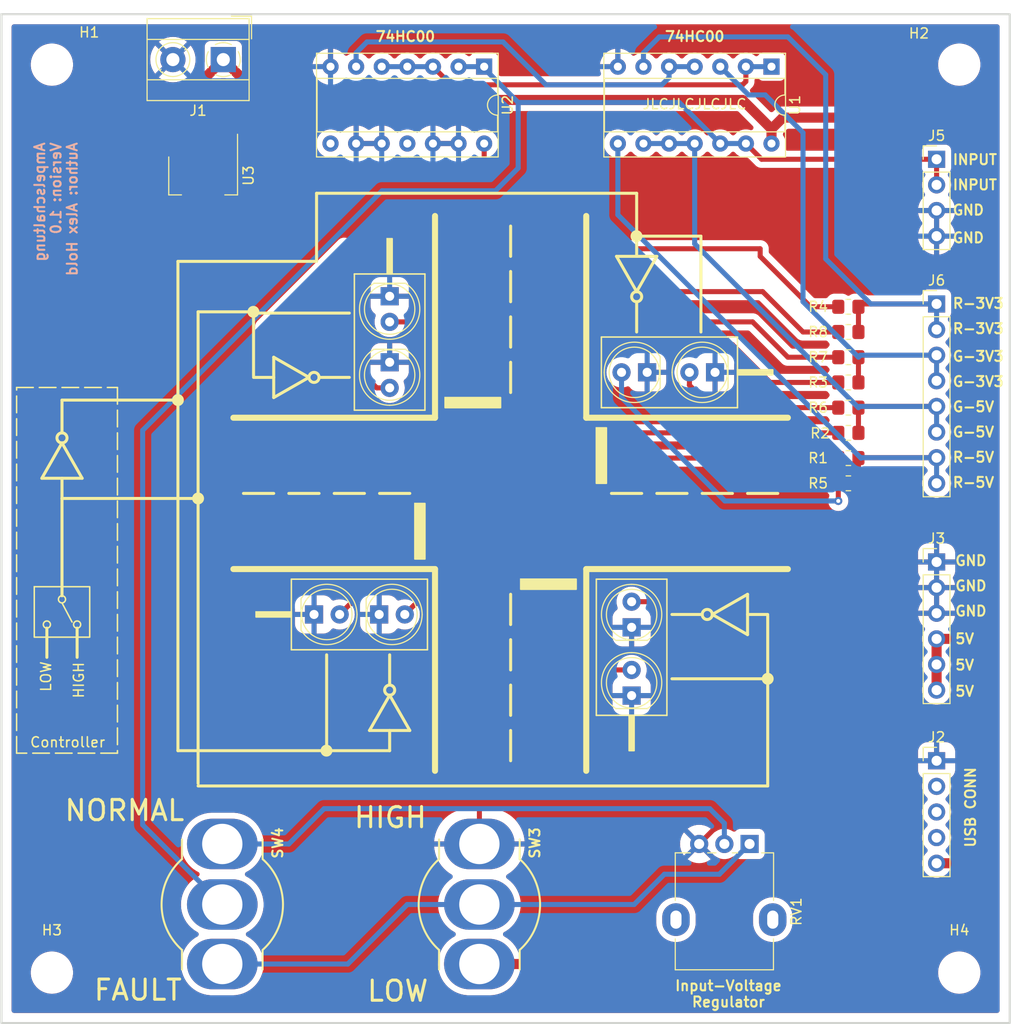
<source format=kicad_pcb>
(kicad_pcb (version 20221018) (generator pcbnew)
  (layers (0 "F.Cu" signal) (31 "B.Cu" signal) (34 "B.Paste" user) (35 "F.Paste" user) (36 "B.SilkS" user "B.Silkscreen") (37 "F.SilkS" user "F.Silkscreen") (38 "B.Mask" user) (39 "F.Mask" user) (44 "Edge.Cuts" user))
  (net 0 "")
  (net 1 "GND")
  (net 2 "Net-(D1-A)")
  (net 3 "Net-(D2-A)")
  (net 4 "Net-(D3-A)")
  (net 5 "Net-(D4-A)")
  (net 6 "Net-(D5-A)")
  (net 7 "Net-(D6-A)")
  (net 8 "Net-(D7-A)")
  (net 9 "Net-(D8-A)")
  (net 10 "+5V")
  (net 14 "Net-(SW3-B)")
  (net 15 "Net-(SW4-C)")
  (net 16 "Net-(U1-Pad4)")
  (net 17 "Net-(U1-Pad1)")
  (net 20 "+3.3V")
  (net 21 "Net-(J5-Pin_1)")
  (net 22 "Net-(J6-Pin_1)")
  (net 23 "Net-(J6-Pin_3)")
  (net 24 "Net-(J6-Pin_5)")
  (net 25 "Net-(J6-Pin_7)")
  (footprint "Resistor_SMD:R_0805_2012Metric_Pad1.20x1.40mm_HandSolder" (layer "F.Cu") (at 181.5 90)
    (fp_text reference "R2" (at -2.8 0.04) (layer "F.SilkS"))
    (fp_text value "1k")
    (pad "1" smd roundrect (at -1 0) (size 1.2 1.4) (layers "F.Cu" "F.Paste" "F.Mask") (roundrect_rratio 0.2083333333) (net 3 "Net-(D2-A)"))
    (pad "2" smd roundrect (at 1 0) (size 1.2 1.4) (layers "F.Cu" "F.Paste" "F.Mask") (roundrect_rratio 0.2083333333) (net 24 "Net-(J6-Pin_5)"))
  )
  (footprint "LED_THT:LED_D5.0mm_Clear" (layer "F.Cu") (at 160 109.275 90)
    (fp_text reference "D4")
    (fp_text value "LED")
    (pad "1" thru_hole rect (at 0 0 90) (size 1.8 1.8) (drill 0.9) (layers "*.Cu" "*.Mask") (net 1 "GND"))
    (pad "2" thru_hole circle (at 2.54 0 90) (size 1.8 1.8) (drill 0.9) (layers "*.Cu" "*.Mask") (net 5 "Net-(D4-A)"))
  )
  (footprint "Library:Goobay10020" (layer "F.Cu") (at 144.9 136.75 90)
    (fp_text reference "SW3" (at 6.1 5.5 90 unlocked) (layer "F.SilkS") (effects (font (thickness 0.2) bold)))
    (fp_text value "SW_SPDT")
    (pad "1" thru_hole oval (at -5.9 0 90) (size 5 7) (drill 4) (layers "*.Cu" "*.Mask") (net 10 "+5V"))
    (pad "2" thru_hole oval (at 0 0 90) (size 5 7) (drill 4) (layers "*.Cu" "*.Mask") (net 14 "Net-(SW3-B)"))
    (pad "3" thru_hole oval (at 6 0 90) (size 5 7) (drill 4) (layers "*.Cu" "*.Mask") (net 1 "GND"))
  )
  (footprint "Resistor_SMD:R_0805_2012Metric_Pad1.20x1.40mm_HandSolder" (layer "F.Cu") (at 181.5 82.5)
    (fp_text reference "R7" (at -3 0) (layer "F.SilkS"))
    (fp_text value "1k")
    (pad "1" smd roundrect (at -1 0) (size 1.2 1.4) (layers "F.Cu" "F.Paste" "F.Mask") (roundrect_rratio 0.2083333333) (net 8 "Net-(D7-A)"))
    (pad "2" smd roundrect (at 1 0) (size 1.2 1.4) (layers "F.Cu" "F.Paste" "F.Mask") (roundrect_rratio 0.2083333333) (net 23 "Net-(J6-Pin_3)"))
  )
  (footprint "MountingHole:MountingHole_3.2mm_M3" (layer "F.Cu") (at 102.5 53.5)
    (fp_text reference "H1" (at 3.7 -3.2) (layer "F.SilkS"))
    (fp_text value "MountingHole")
    (pad "" np_thru_hole circle (at 0 0) (size 3.2 3.2) (drill 3.2) (layers "*.Cu" "*.Mask"))
  )
  (footprint "Resistor_SMD:R_0805_2012Metric_Pad1.20x1.40mm_HandSolder" (layer "F.Cu") (at 181.5 80)
    (fp_text reference "R8" (at -3 0) (layer "F.SilkS"))
    (fp_text value "1k")
    (pad "1" smd roundrect (at -1 0) (size 1.2 1.4) (layers "F.Cu" "F.Paste" "F.Mask") (roundrect_rratio 0.2083333333) (net 9 "Net-(D8-A)"))
    (pad "2" smd roundrect (at 1 0) (size 1.2 1.4) (layers "F.Cu" "F.Paste" "F.Mask") (roundrect_rratio 0.2083333333) (net 22 "Net-(J6-Pin_1)"))
  )
  (footprint "MountingHole:MountingHole_3.2mm_M3" (layer "F.Cu") (at 192.5 53.5)
    (fp_text reference "H2" (at -4 -3.1) (layer "F.SilkS"))
    (fp_text value "MountingHole")
    (pad "" np_thru_hole circle (at 0 0) (size 3.2 3.2) (drill 3.2) (layers "*.Cu" "*.Mask"))
  )
  (footprint "Connector_PinHeader_2.54mm:PinHeader_1x04_P2.54mm_Vertical" (layer "F.Cu") (at 190.25 62.88)
    (fp_text reference "J5" (at 0 -2.33) (layer "F.SilkS"))
    (fp_text value "Conn_01x04_Pin")
    (pad "1" thru_hole rect (at 0 0) (size 1.7 1.7) (drill 1) (layers "*.Cu" "*.Mask") (net 21 "Net-(J5-Pin_1)"))
    (pad "2" thru_hole oval (at 0 2.54) (size 1.7 1.7) (drill 1) (layers "*.Cu" "*.Mask") (net 21 "Net-(J5-Pin_1)"))
    (pad "3" thru_hole oval (at 0 5.08) (size 1.7 1.7) (drill 1) (layers "*.Cu" "*.Mask") (net 1 "GND"))
    (pad "4" thru_hole oval (at 0 7.62) (size 1.7 1.7) (drill 1) (layers "*.Cu" "*.Mask") (net 1 "GND"))
  )
  (footprint "Connector_PinHeader_2.54mm:PinHeader_1x06_P2.54mm_Vertical" (layer "F.Cu") (at 190.25 102.8)
    (fp_text reference "J3" (at 0 -2.33) (layer "F.SilkS"))
    (fp_text value "Conn_01x06_Pin")
    (pad "1" thru_hole rect (at 0 0) (size 1.7 1.7) (drill 1) (layers "*.Cu" "*.Mask") (net 1 "GND"))
    (pad "2" thru_hole oval (at 0 2.54) (size 1.7 1.7) (drill 1) (layers "*.Cu" "*.Mask") (net 1 "GND"))
    (pad "3" thru_hole oval (at 0 5.08) (size 1.7 1.7) (drill 1) (layers "*.Cu" "*.Mask") (net 1 "GND"))
    (pad "4" thru_hole oval (at 0 7.62) (size 1.7 1.7) (drill 1) (layers "*.Cu" "*.Mask") (net 10 "+5V"))
    (pad "5" thru_hole oval (at 0 10.16) (size 1.7 1.7) (drill 1) (layers "*.Cu" "*.Mask") (net 10 "+5V"))
    (pad "6" thru_hole oval (at 0 12.7) (size 1.7 1.7) (drill 1) (layers "*.Cu" "*.Mask") (net 10 "+5V"))
  )
  (footprint "MountingHole:MountingHole_3.2mm_M3" (layer "F.Cu") (at 192.5 143.5)
    (fp_text reference "H4" (at 0 -4.2) (layer "F.SilkS"))
    (fp_text value "MountingHole")
    (pad "" np_thru_hole circle (at 0 0) (size 3.2 3.2) (drill 3.2) (layers "*.Cu" "*.Mask"))
  )
  (footprint "LED_THT:LED_D5.0mm_Clear" (layer "F.Cu") (at 136 83 -90)
    (fp_text reference "D8")
    (fp_text value "LED")
    (pad "1" thru_hole rect (at 0 0 270) (size 1.8 1.8) (drill 0.9) (layers "*.Cu" "*.Mask") (net 1 "GND"))
    (pad "2" thru_hole circle (at 2.54 0 270) (size 1.8 1.8) (drill 0.9) (layers "*.Cu" "*.Mask") (net 9 "Net-(D8-A)"))
  )
  (footprint "LED_THT:LED_D5.0mm_Clear" (layer "F.Cu") (at 134.96 108)
    (fp_text reference "D1")
    (fp_text value "LED")
    (pad "1" thru_hole rect (at 0 0) (size 1.8 1.8) (drill 0.9) (layers "*.Cu" "*.Mask") (net 1 "GND"))
    (pad "2" thru_hole circle (at 2.54 0) (size 1.8 1.8) (drill 0.9) (layers "*.Cu" "*.Mask") (net 2 "Net-(D1-A)"))
  )
  (footprint "LED_THT:LED_D5.0mm_Clear" (layer "F.Cu") (at 160 116.04 90)
    (fp_text reference "D3")
    (fp_text value "LED")
    (pad "1" thru_hole rect (at 0 0 90) (size 1.8 1.8) (drill 0.9) (layers "*.Cu" "*.Mask") (net 1 "GND"))
    (pad "2" thru_hole circle (at 2.54 0 90) (size 1.8 1.8) (drill 0.9) (layers "*.Cu" "*.Mask") (net 4 "Net-(D3-A)"))
  )
  (footprint "Library:Goobay10020" (layer "F.Cu") (at 119.4 136.75 90)
    (fp_text reference "SW4" (at 6.1 5.5 90 unlocked) (layer "F.SilkS") (effects (font (thickness 0.2) bold)))
    (fp_text value "SW_SPDT")
    (pad "1" thru_hole oval (at -5.9 0 90) (size 5 7) (drill 4) (layers "*.Cu" "*.Mask") (net 14 "Net-(SW3-B)"))
    (pad "2" thru_hole oval (at 0 0 90) (size 5 7) (drill 4) (layers "*.Cu" "*.Mask") (net 21 "Net-(J5-Pin_1)"))
    (pad "3" thru_hole oval (at 6 0 90) (size 5 7) (drill 4) (layers "*.Cu" "*.Mask") (net 15 "Net-(SW4-C)"))
  )
  (footprint "Resistor_SMD:R_0805_2012Metric_Pad1.20x1.40mm_HandSolder" (layer "F.Cu") (at 181.5 85)
    (fp_text reference "R3" (at -3 0) (layer "F.SilkS"))
    (fp_text value "1k")
    (pad "1" smd roundrect (at -1 0) (size 1.2 1.4) (layers "F.Cu" "F.Paste" "F.Mask") (roundrect_rratio 0.2083333333) (net 4 "Net-(D3-A)"))
    (pad "2" smd roundrect (at 1 0) (size 1.2 1.4) (layers "F.Cu" "F.Paste" "F.Mask") (roundrect_rratio 0.2083333333) (net 23 "Net-(J6-Pin_3)"))
  )
  (footprint "LED_THT:LED_D5.0mm_Clear" (layer "F.Cu") (at 136 76.46 -90)
    (fp_text reference "D7")
    (fp_text value "LED")
    (pad "1" thru_hole rect (at 0 0 270) (size 1.8 1.8) (drill 0.9) (layers "*.Cu" "*.Mask") (net 1 "GND"))
    (pad "2" thru_hole circle (at 2.54 0 270) (size 1.8 1.8) (drill 0.9) (layers "*.Cu" "*.Mask") (net 8 "Net-(D7-A)"))
  )
  (footprint "Potentiometer_THT:Potentiometer_Alpha_RD901F-40-00D_Single_Vertical" (layer "F.Cu") (at 171.7 130.75 -90)
    (fp_text reference "RV1" (at 6.71 -4.64 90) (layer "F.SilkS"))
    (fp_text value "R_Potentiometer")
    (pad "" thru_hole oval (at 7.5 -2.3) (size 2.72 3.24) (drill oval 1.1 1.8) (layers "*.Cu" "*.Mask"))
    (pad "" thru_hole oval (at 7.5 7.3) (size 2.72 3.24) (drill oval 1.1 1.8) (layers "*.Cu" "*.Mask"))
    (pad "1" thru_hole rect (at 0 0) (size 1.8 1.8) (drill 1) (layers "*.Cu" "*.Mask") (net 14 "Net-(SW3-B)"))
    (pad "2" thru_hole circle (at 0 2.5) (size 1.8 1.8) (drill 1) (layers "*.Cu" "*.Mask") (net 15 "Net-(SW4-C)"))
    (pad "3" thru_hole circle (at 0 5) (size 1.8 1.8) (drill 1) (layers "*.Cu" "*.Mask") (net 1 "GND"))
  )
  (footprint "LED_THT:LED_D5.0mm_Clear" (layer "F.Cu") (at 161.54 84 180)
    (fp_text reference "D5")
    (fp_text value "LED")
    (pad "1" thru_hole rect (at 0 0 180) (size 1.8 1.8) (drill 0.9) (layers "*.Cu" "*.Mask") (net 1 "GND"))
    (pad "2" thru_hole circle (at 2.54 0 180) (size 1.8 1.8) (drill 0.9) (layers "*.Cu" "*.Mask") (net 6 "Net-(D5-A)"))
  )
  (footprint "Connector_PinHeader_2.54mm:PinHeader_1x05_P2.54mm_Vertical" (layer "F.Cu") (at 190.25 122.5)
    (fp_text reference "J2" (at 0 -2.33) (layer "F.SilkS"))
    (fp_text value "usb")
    (pad "1" thru_hole rect (at 0 0) (size 1.7 1.7) (drill 1) (layers "*.Cu" "*.Mask") (net 1 "GND"))
    (pad "2" thru_hole oval (at 0 2.54) (size 1.7 1.7) (drill 1) (layers "*.Cu" "*.Mask"))
    (pad "3" thru_hole oval (at 0 5.08) (size 1.7 1.7) (drill 1) (layers "*.Cu" "*.Mask"))
    (pad "4" thru_hole oval (at 0 7.62) (size 1.7 1.7) (drill 1) (layers "*.Cu" "*.Mask"))
    (pad "5" thru_hole oval (at 0 10.16) (size 1.7 1.7) (drill 1) (layers "*.Cu" "*.Mask") (net 10 "+5V"))
  )
  (footprint "Resistor_SMD:R_0805_2012Metric_Pad1.20x1.40mm_HandSolder" (layer "F.Cu") (at 181.5 77.5)
    (fp_text reference "R4" (at -3 0) (layer "F.SilkS"))
    (fp_text value "1k")
    (pad "1" smd roundrect (at -1 0) (size 1.2 1.4) (layers "F.Cu" "F.Paste" "F.Mask") (roundrect_rratio 0.2083333333) (net 5 "Net-(D4-A)"))
    (pad "2" smd roundrect (at 1 0) (size 1.2 1.4) (layers "F.Cu" "F.Paste" "F.Mask") (roundrect_rratio 0.2083333333) (net 22 "Net-(J6-Pin_1)"))
  )
  (footprint "Resistor_SMD:R_0805_2012Metric_Pad1.20x1.40mm_HandSolder" (layer "F.Cu") (at 181.5 87.5)
    (fp_text reference "R6" (at -3 0) (layer "F.SilkS"))
    (fp_text value "1k")
    (pad "1" smd roundrect (at -1 0) (size 1.2 1.4) (layers "F.Cu" "F.Paste" "F.Mask") (roundrect_rratio 0.2083333333) (net 7 "Net-(D6-A)"))
    (pad "2" smd roundrect (at 1 0) (size 1.2 1.4) (layers "F.Cu" "F.Paste" "F.Mask") (roundrect_rratio 0.2083333333) (net 24 "Net-(J6-Pin_5)"))
  )
  (footprint "Resistor_SMD:R_0805_2012Metric_Pad1.20x1.40mm_HandSolder" (layer "F.Cu") (at 181.5 92.5 180)
    (fp_text reference "R1" (at 3 0) (layer "F.SilkS"))
    (fp_text value "1k")
    (pad "1" smd roundrect (at -1 0 180) (size 1.2 1.4) (layers "F.Cu" "F.Paste" "F.Mask") (roundrect_rratio 0.2083333333) (net 25 "Net-(J6-Pin_7)"))
    (pad "2" smd roundrect (at 1 0 180) (size 1.2 1.4) (layers "F.Cu" "F.Paste" "F.Mask") (roundrect_rratio 0.2083333333) (net 2 "Net-(D1-A)"))
  )
  (footprint "LED_THT:LED_D5.0mm_Clear" (layer "F.Cu") (at 168.275 84 180)
    (fp_text reference "D6")
    (fp_text value "LED")
    (pad "1" thru_hole rect (at 0 0 180) (size 1.8 1.8) (drill 0.9) (layers "*.Cu" "*.Mask") (net 1 "GND"))
    (pad "2" thru_hole circle (at 2.54 0 180) (size 1.8 1.8) (drill 0.9) (layers "*.Cu" "*.Mask") (net 7 "Net-(D6-A)"))
  )
  (footprint "LED_THT:LED_D5.0mm_Clear" (layer "F.Cu") (at 128.5 108)
    (fp_text reference "D2")
    (fp_text value "LED")
    (pad "1" thru_hole rect (at 0 0) (size 1.8 1.8) (drill 0.9) (layers "*.Cu" "*.Mask") (net 1 "GND"))
    (pad "2" thru_hole circle (at 2.54 0) (size 1.8 1.8) (drill 0.9) (layers "*.Cu" "*.Mask") (net 3 "Net-(D2-A)"))
  )
  (footprint "Package_DIP:DIP-14_W7.62mm_Socket" (layer "F.Cu") (at 173.875 53.7 -90)
    (fp_text reference "U1" (at 3.81 -2.33 90) (layer "F.SilkS"))
    (fp_text value "74HC00")
    (pad "1" thru_hole rect (at 0 0 270) (size 1.6 1.6) (drill 0.8) (layers "*.Cu" "*.Mask") (net 17 "Net-(U1-Pad1)"))
    (pad "2" thru_hole oval (at 0 2.54 270) (size 1.6 1.6) (drill 0.8) (layers "*.Cu" "*.Mask") (net 17 "Net-(U1-Pad1)"))
    (pad "3" thru_hole oval (at 0 5.08 270) (size 1.6 1.6) (drill 0.8) (layers "*.Cu" "*.Mask") (net 23 "Net-(J6-Pin_3)"))
    (pad "4" thru_hole oval (at 0 7.62 270) (size 1.6 1.6) (drill 0.8) (layers "*.Cu" "*.Mask") (net 16 "Net-(U1-Pad4)"))
    (pad "5" thru_hole oval (at 0 10.16 270) (size 1.6 1.6) (drill 0.8) (layers "*.Cu" "*.Mask") (net 16 "Net-(U1-Pad4)"))
    (pad "6" thru_hole oval (at 0 12.7 270) (size 1.6 1.6) (drill 0.8) (layers "*.Cu" "*.Mask") (net 22 "Net-(J6-Pin_1)"))
    (pad "7" thru_hole oval (at 0 15.24 270) (size 1.6 1.6) (drill 0.8) (layers "*.Cu" "*.Mask") (net 1 "GND"))
    (pad "8" thru_hole oval (at 7.62 15.24 270) (size 1.6 1.6) (drill 0.8) (layers "*.Cu" "*.Mask") (net 25 "Net-(J6-Pin_7)"))
    (pad "9" thru_hole oval (at 7.62 12.7 270) (size 1.6 1.6) (drill 0.8) (layers "*.Cu" "*.Mask") (net 24 "Net-(J6-Pin_5)"))
    (pad "10" thru_hole oval (at 7.62 10.16 270) (size 1.6 1.6) (drill 0.8) (layers "*.Cu" "*.Mask") (net 24 "Net-(J6-Pin_5)"))
    (pad "11" thru_hole oval (at 7.62 7.62 270) (size 1.6 1.6) (drill 0.8) (layers "*.Cu" "*.Mask") (net 24 "Net-(J6-Pin_5)"))
    (pad "12" thru_hole oval (at 7.62 5.08 270) (size 1.6 1.6) (drill 0.8) (layers "*.Cu" "*.Mask") (net 21 "Net-(J5-Pin_1)"))
    (pad "13" thru_hole oval (at 7.62 2.54 270) (size 1.6 1.6) (drill 0.8) (layers "*.Cu" "*.Mask") (net 21 "Net-(J5-Pin_1)"))
    (pad "14" thru_hole oval (at 7.62 0 270) (size 1.6 1.6) (drill 0.8) (layers "*.Cu" "*.Mask") (net 10 "+5V"))
  )
  (footprint "MountingHole:MountingHole_3.2mm_M3" (layer "F.Cu") (at 102.5 143.5)
    (fp_text reference "H3" (at 0 -4.2) (layer "F.SilkS"))
    (fp_text value "MountingHole")
    (pad "" np_thru_hole circle (at 0 0) (size 3.2 3.2) (drill 3.2) (layers "*.Cu" "*.Mask"))
  )
  (footprint "Resistor_SMD:R_0805_2012Metric_Pad1.20x1.40mm_HandSolder" (layer "F.Cu") (at 181.5 95)
    (fp_text reference "R5" (at -3 0) (layer "F.SilkS"))
    (fp_text value "1k")
    (pad "1" smd roundrect (at -1 0) (size 1.2 1.4) (layers "F.Cu" "F.Paste" "F.Mask") (roundrect_rratio 0.2083333333) (net 6 "Net-(D5-A)"))
    (pad "2" smd roundrect (at 1 0) (size 1.2 1.4) (layers "F.Cu" "F.Paste" "F.Mask") (roundrect_rratio 0.2083333333) (net 25 "Net-(J6-Pin_7)"))
  )
  (footprint "Package_TO_SOT_SMD:SOT-223-3_TabPin2" (layer "F.Cu") (at 117.5 64.5 -90)
    (fp_text reference "U3" (at 0 -4.5 90) (layer "F.SilkS"))
    (fp_text value "AMS1117-3.3")
    (pad "1" smd rect (at -3.15 -2.3 270) (size 2 1.5) (layers "F.Cu" "F.Paste" "F.Mask") (net 1 "GND"))
    (pad "2" smd rect (at -3.15 0 270) (size 2 1.5) (layers "F.Cu" "F.Paste" "F.Mask") (net 20 "+3.3V"))
    (pad "2" smd rect (at 3.15 0 270) (size 2 3.8) (layers "F.Cu" "F.Paste" "F.Mask") (net 20 "+3.3V"))
    (pad "3" smd rect (at -3.15 2.3 270) (size 2 1.5) (layers "F.Cu" "F.Paste" "F.Mask") (net 10 "+5V"))
  )
  (footprint "TerminalBlock_MetzConnect:TerminalBlock_MetzConnect_Type055_RT01502HDWU_1x02_P5.00mm_Horizontal" (layer "F.Cu") (at 119.5 53 180)
    (fp_text reference "J1" (at 2.5 -5.06) (layer "F.SilkS"))
    (fp_text value "PWR")
    (pad "1" thru_hole rect (at 0 0 180) (size 2.5 2.5) (drill 1.3) (layers "*.Cu" "*.Mask") (net 10 "+5V"))
    (pad "2" thru_hole circle (at 5 0 180) (size 2.5 2.5) (drill 1.3) (layers "*.Cu" "*.Mask") (net 1 "GND"))
  )
  (footprint "Package_DIP:DIP-14_W7.62mm_Socket" (layer "F.Cu") (at 145.375 53.7 -90)
    (fp_text reference "U2" (at 3.81 -2.33 90) (layer "F.SilkS"))
    (fp_text value "74HC00")
    (pad "1" thru_hole rect (at 0 0 270) (size 1.6 1.6) (drill 0.8) (layers "*.Cu" "*.Mask") (net 21 "Net-(J5-Pin_1)"))
    (pad "2" thru_hole oval (at 0 2.54 270) (size 1.6 1.6) (drill 0.8) (layers "*.Cu" "*.Mask") (net 21 "Net-(J5-Pin_1)"))
    (pad "3" thru_hole oval (at 0 5.08 270) (size 1.6 1.6) (drill 0.8) (layers "*.Cu" "*.Mask") (net 17 "Net-(U1-Pad1)"))
    (pad "4" thru_hole oval (at 0 7.62 270) (size 1.6 1.6) (drill 0.8) (layers "*.Cu" "*.Mask") (net 17 "Net-(U1-Pad1)"))
    (pad "5" thru_hole oval (at 0 10.16 270) (size 1.6 1.6) (drill 0.8) (layers "*.Cu" "*.Mask") (net 17 "Net-(U1-Pad1)"))
    (pad "6" thru_hole oval (at 0 12.7 270) (size 1.6 1.6) (drill 0.8) (layers "*.Cu" "*.Mask") (net 16 "Net-(U1-Pad4)"))
    (pad "7" thru_hole oval (at 0 15.24 270) (size 1.6 1.6) (drill 0.8) (layers "*.Cu" "*.Mask") (net 1 "GND"))
    (pad "8" thru_hole oval (at 7.62 15.24 270) (size 1.6 1.6) (drill 0.8) (layers "*.Cu" "*.Mask"))
    (pad "9" thru_hole oval (at 7.62 12.7 270) (size 1.6 1.6) (drill 0.8) (layers "*.Cu" "*.Mask") (net 1 "GND"))
    (pad "10" thru_hole oval (at 7.62 10.16 270) (size 1.6 1.6) (drill 0.8) (layers "*.Cu" "*.Mask") (net 1 "GND"))
    (pad "11" thru_hole oval (at 7.62 7.62 270) (size 1.6 1.6) (drill 0.8) (layers "*.Cu" "*.Mask"))
    (pad "12" thru_hole oval (at 7.62 5.08 270) (size 1.6 1.6) (drill 0.8) (layers "*.Cu" "*.Mask") (net 1 "GND"))
    (pad "13" thru_hole oval (at 7.62 2.54 270) (size 1.6 1.6) (drill 0.8) (layers "*.Cu" "*.Mask") (net 1 "GND"))
    (pad "14" thru_hole oval (at 7.62 0 270) (size 1.6 1.6) (drill 0.8) (layers "*.Cu" "*.Mask") (net 20 "+3.3V"))
  )
  (footprint "Connector_PinHeader_2.54mm:PinHeader_1x08_P2.54mm_Vertical" (layer "F.Cu") (at 190.25 77.22)
    (fp_text reference "J6" (at 0 -2.33) (layer "F.SilkS"))
    (fp_text value "Conn_01x08_Pin")
    (pad "1" thru_hole rect (at 0 0) (size 1.7 1.7) (drill 1) (layers "*.Cu" "*.Mask") (net 22 "Net-(J6-Pin_1)"))
    (pad "2" thru_hole oval (at 0 2.54) (size 1.7 1.7) (drill 1) (layers "*.Cu" "*.Mask") (net 22 "Net-(J6-Pin_1)"))
    (pad "3" thru_hole oval (at 0 5.08) (size 1.7 1.7) (drill 1) (layers "*.Cu" "*.Mask") (net 23 "Net-(J6-Pin_3)"))
    (pad "4" thru_hole oval (at 0 7.62) (size 1.7 1.7) (drill 1) (layers "*.Cu" "*.Mask") (net 23 "Net-(J6-Pin_3)"))
    (pad "5" thru_hole oval (at 0 10.16) (size 1.7 1.7) (drill 1) (layers "*.Cu" "*.Mask") (net 24 "Net-(J6-Pin_5)"))
    (pad "6" thru_hole oval (at 0 12.7) (size 1.7 1.7) (drill 1) (layers "*.Cu" "*.Mask") (net 24 "Net-(J6-Pin_5)"))
    (pad "7" thru_hole oval (at 0 15.24) (size 1.7 1.7) (drill 1) (layers "*.Cu" "*.Mask") (net 25 "Net-(J6-Pin_7)"))
    (pad "8" thru_hole oval (at 0 17.78) (size 1.7 1.7) (drill 1) (layers "*.Cu" "*.Mask") (net 25 "Net-(J6-Pin_7)"))
  )
  (gr_line (start 136 116) (end 138 119.5) (stroke (width 0.3)) (layer "F.SilkS"))
  (gr_circle (center 167.5 108) (end 167.5 107.5) (stroke (width 0.3)) (fill none) (layer "F.SilkS"))
  (gr_line (start 126.25 111.5) (end 139.75 111.5) (stroke (width 0.15)) (layer "F.SilkS"))
  (gr_line (start 148 119.5) (end 148 122.5) (stroke (width 0.3)) (layer "F.SilkS"))
  (gr_rect (start 170.5 83.75) (end 174 84.25) (stroke (width 0.15)) (fill solid) (layer "F.SilkS"))
  (gr_line (start 148 115) (end 148 118) (stroke (width 0.3)) (layer "F.SilkS"))
  (gr_line (start 103.5 96.5) (end 117 96.5) (stroke (width 0.3)) (layer "F.SilkS"))
  (gr_circle (center 117 96.5) (end 117.515388 96.5) (stroke (width 0.15)) (fill solid) (layer "F.SilkS"))
  (gr_rect (start 138.5 97) (end 139.5 102.5) (stroke (width 0.15)) (fill solid) (layer "F.SilkS"))
  (gr_line (start 117 78) (end 122.5 78) (stroke (width 0.3)) (layer "F.SilkS"))
  (gr_circle (center 136 115.5) (end 136.5 115.5) (stroke (width 0.3)) (fill none) (layer "F.SilkS"))
  (gr_line (start 124.5 82.5) (end 124.5 86.5) (stroke (width 0.3)) (layer "F.SilkS"))
  (gr_line (start 136 116) (end 134 119.5) (stroke (width 0.3)) (layer "F.SilkS"))
  (gr_line (start 128.75 66.25) (end 160.5 66.25) (stroke (width 0.3)) (layer "F.SilkS"))
  (gr_line (start 170.5 87.5) (end 170.5 80.5) (stroke (width 0.15)) (layer "F.SilkS"))
  (gr_circle (center 105 109) (end 105.25 108.75) (stroke (width 0.15)) (fill none) (layer "F.SilkS"))
  (gr_line (start 103.5 106.853553) (end 104.5 108.75) (stroke (width 0.15)) (layer "F.SilkS"))
  (gr_line (start 133.5 96) (end 130.5 96) (stroke (width 0.3)) (layer "F.SilkS"))
  (gr_line (start 117 124.75) (end 117 78) (stroke (width 0.3)) (layer "F.SilkS"))
  (gr_line (start 148 72.5) (end 148 69.5) (stroke (width 0.3)) (layer "F.SilkS"))
  (gr_line (start 168 108) (end 171.5 110) (stroke (width 0.3)) (layer "F.SilkS"))
  (gr_line (start 139.75 104.5) (end 126.25 104.5) (stroke (width 0.15)) (layer "F.SilkS"))
  (gr_line (start 140.5 103.5) (end 140.5 123.5) (stroke (width 0.6)) (layer "F.SilkS"))
  (gr_line (start 155.5 88.5) (end 155.5 68.5) (stroke (width 0.6)) (layer "F.SilkS"))
  (gr_line (start 120.5 103.5) (end 140.5 103.5) (stroke (width 0.6)) (layer "F.SilkS"))
  (gr_circle (center 160.5 76.5) (end 160 76.5) (stroke (width 0.3)) (fill none) (layer "F.SilkS"))
  (gr_line (start 160.5 77) (end 160.5 80) (stroke (width 0.3)) (layer "F.SilkS"))
  (gr_line (start 148 86) (end 148 83) (stroke (width 0.3)) (layer "F.SilkS"))
  (gr_circle (center 160.484612 70.5) (end 161 70.5) (stroke (width 0.15)) (fill solid) (layer "F.SilkS"))
  (gr_line (start 101.5 94.5) (end 105.5 94.5) (stroke (width 0.3)) (layer "F.SilkS"))
  (gr_line (start 173.5 125) (end 117 125) (stroke (width 0.3)) (layer "F.SilkS"))
  (gr_line (start 122.5 84.375) (end 122.5 78.125) (stroke (width 0.3)) (layer "F.SilkS"))
  (gr_line (start 163.5 104.5) (end 156.5 104.5) (stroke (width 0.15)) (layer "F.SilkS"))
  (gr_rect (start 159.75 118) (end 160.25 121.5) (stroke (width 0.15)) (fill solid) (layer "F.SilkS"))
  (gr_line (start 155.5 123.5) (end 155.5 103.5) (stroke (width 0.6)) (layer "F.SilkS"))
  (gr_line (start 129.75 121.5) (end 115 121.5) (stroke (width 0.3)) (layer "F.SilkS"))
  (gr_line (start 160.5 76) (end 162.5 72.5) (stroke (width 0.3)) (layer "F.SilkS"))
  (gr_line (start 138 96) (end 135 96) (stroke (width 0.3)) (layer "F.SilkS"))
  (gr_line (start 140.5 68.5) (end 140.5 88.5) (stroke (width 0.6)) (layer "F.SilkS"))
  (gr_line (start 171.5 96) (end 174.5 96) (stroke (width 0.3)) (layer "F.SilkS"))
  (gr_line (start 136 121.5) (end 129.75 121.5) (stroke (width 0.3)) (layer "F.SilkS"))
  (gr_line (start 148 81.5) (end 148 78.5) (stroke (width 0.3)) (layer "F.SilkS"))
  (gr_line (start 103.5 91) (end 101.5 94.5) (stroke (width 0.3)) (layer "F.SilkS"))
  (gr_line (start 124.5 84.5) (end 122.5 84.5) (stroke (width 0.3)) (layer "F.SilkS"))
  (gr_line (start 148 110.5) (end 148 113.5) (stroke (width 0.3)) (layer "F.SilkS"))
  (gr_line (start 103.5 96.5) (end 103.5 106.146447) (stroke (width 0.3)) (layer "F.SilkS"))
  (gr_line (start 171.5 110) (end 171.5 106) (stroke (width 0.3)) (layer "F.SilkS"))
  (gr_line (start 103.5 86.75) (end 115 86.75) (stroke (width 0.3)) (layer "F.SilkS"))
  (gr_line (start 158 96) (end 161 96) (stroke (width 0.3)) (layer "F.SilkS"))
  (gr_line (start 156.5 104.5) (end 156.5 118) (stroke (width 0.15)) (layer "F.SilkS"))
  (gr_line (start 148 106) (end 148 109) (stroke (width 0.3)) (layer "F.SilkS"))
  (gr_circle (center 128.5 84.5) (end 128.5 85) (stroke (width 0.3)) (fill none) (layer "F.SilkS"))
  (gr_line (start 129.75 121.5) (end 129.75 112) (stroke (width 0.3)) (layer "F.SilkS"))
  (gr_line (start 175.5 88.5) (end 155.5 88.5) (stroke (width 0.6)) (layer "F.SilkS"))
  (gr_circle (center 115 86.75) (end 115.515388 86.75) (stroke (width 0.15)) (fill solid) (layer "F.SilkS"))
  (gr_line (start 140.5 88.5) (end 120.5 88.5) (stroke (width 0.6)) (layer "F.SilkS"))
  (gr_line (start 162.5 96) (end 165.5 96) (stroke (width 0.3)) (layer "F.SilkS"))
  (gr_line (start 115 73) (end 128.75 73) (stroke (width 0.3)) (layer "F.SilkS"))
  (gr_rect (start 99 85.5) (end 109 121.75) (stroke (width 0.15) (type dash)) (fill none) (layer "F.SilkS"))
  (gr_line (start 132.5 74.25) (end 132.5 87.75) (stroke (width 0.15)) (layer "F.SilkS"))
  (gr_line (start 136 115) (end 136 112) (stroke (width 0.3)) (layer "F.SilkS"))
  (gr_line (start 162.5 72.5) (end 158.5 72.5) (stroke (width 0.3)) (layer "F.SilkS"))
  (gr_rect (start 135.75 70.75) (end 136.25 74.25) (stroke (width 0.15)) (fill solid) (layer "F.SilkS"))
  (gr_line (start 115 121.5) (end 115 73) (stroke (width 0.3)) (layer "F.SilkS"))
  (gr_line (start 103.5 94.5) (end 103.5 96.5) (stroke (width 0.3)) (layer "F.SilkS"))
  (gr_line (start 160.625 70.5) (end 166.875 70.5) (stroke (width 0.3)) (layer "F.SilkS"))
  (gr_line (start 167 96) (end 170 96) (stroke (width 0.3)) (layer "F.SilkS"))
  (gr_line (start 160.5 66.25) (end 160.5 70.5) (stroke (width 0.3)) (layer "F.SilkS"))
  (gr_line (start 168 108) (end 171.5 106) (stroke (width 0.3)) (layer "F.SilkS"))
  (gr_line (start 129 96) (end 126 96) (stroke (width 0.3)) (layer "F.SilkS"))
  (gr_line (start 103.5 91) (end 105.5 94.5) (stroke (width 0.3)) (layer "F.SilkS"))
  (gr_circle (center 173.5 114.375) (end 174.015388 114.375) (stroke (width 0.15)) (fill solid) (layer "F.SilkS"))
  (gr_line (start 105 109.353553) (end 105 112.25) (stroke (width 0.3)) (layer "F.SilkS"))
  (gr_circle (center 103.5 106.5) (end 103.75 106.25) (stroke (width 0.15)) (fill none) (layer "F.SilkS"))
  (gr_line (start 128 84.5) (end 124.5 86.5) (stroke (width 0.3)) (layer "F.SilkS"))
  (gr_rect (start 100.75 105.25) (end 106.25 110.25) (stroke (width 0.15)) (fill none) (layer "F.SilkS"))
  (gr_line (start 139.5 87.75) (end 139.5 74.25) (stroke (width 0.15)) (layer "F.SilkS"))
  (gr_rect (start 141.5 86.5) (end 147 87.5) (stroke (width 0.15)) (fill solid) (layer "F.SilkS"))
  (gr_line (start 157 80.5) (end 157 87.5) (stroke (width 0.15)) (layer "F.SilkS"))
  (gr_line (start 160.5 72.5) (end 160.5 70.5) (stroke (width 0.3)) (layer "F.SilkS"))
  (gr_line (start 129 84.5) (end 132 84.5) (stroke (width 0.3)) (layer "F.SilkS"))
  (gr_line (start 173.5 108.125) (end 173.5 114.375) (stroke (width 0.3)) (layer "F.SilkS"))
  (gr_line (start 103.5 90) (end 103.5 86.75) (stroke (width 0.3)) (layer "F.SilkS"))
  (gr_line (start 157 87.5) (end 170.5 87.5) (stroke (width 0.15)) (layer "F.SilkS"))
  (gr_circle (center 102 109) (end 102.25 108.75) (stroke (width 0.15)) (fill none) (layer "F.SilkS"))
  (gr_line (start 166.875 70.5) (end 166.875 80) (stroke (width 0.3)) (layer "F.SilkS"))
  (gr_line (start 173.5 114.375) (end 173.5 125) (stroke (width 0.3)) (layer "F.SilkS"))
  (gr_line (start 124.5 96) (end 121.5 96) (stroke (width 0.3)) (layer "F.SilkS"))
  (gr_line (start 167 108) (end 164 108) (stroke (width 0.3)) (layer "F.SilkS"))
  (gr_line (start 126.25 104.5) (end 126.25 111.5) (stroke (width 0.15)) (layer "F.SilkS"))
  (gr_line (start 170.5 80.5) (end 157 80.5) (stroke (width 0.15)) (layer "F.SilkS"))
  (gr_line (start 122.5 78.125) (end 132 78.125) (stroke (width 0.3)) (layer "F.SilkS"))
  (gr_line (start 136 119.5) (end 136 121.5) (stroke (width 0.3)) (layer "F.SilkS"))
  (gr_line (start 132.5 87.75) (end 139.5 87.75) (stroke (width 0.15)) (layer "F.SilkS"))
  (gr_rect (start 122.75 107.75) (end 126.25 108.25) (stroke (width 0.15)) (fill solid) (layer "F.SilkS"))
  (gr_line (start 128.75 73) (end 128.75 66.25) (stroke (width 0.3)) (layer "F.SilkS"))
  (gr_rect (start 156.5 89.5) (end 157.5 95) (stroke (width 0.15)) (fill solid) (layer "F.SilkS"))
  (gr_line (start 139.75 111.5) (end 139.75 104.5) (stroke (width 0.15)) (layer "F.SilkS"))
  (gr_line (start 163.5 118) (end 163.5 104.5) (stroke (width 0.15)) (layer "F.SilkS"))
  (gr_line (start 102 109.353553) (end 102 112.25) (stroke (width 0.3)) (layer "F.SilkS"))
  (gr_rect (start 149 104.5) (end 154.5 105.5) (stroke (width 0.15)) (fill solid) (layer "F.SilkS"))
  (gr_line (start 155.5 103.5) (end 175.5 103.5) (stroke (width 0.6)) (layer "F.SilkS"))
  (gr_line (start 173.5 114.375) (end 164 114.375) (stroke (width 0.3)) (layer "F.SilkS"))
  (gr_circle (center 129.734612 121.5) (end 130.25 121.5) (stroke (width 0.15)) (fill solid) (layer "F.SilkS"))
  (gr_line (start 139.5 74.25) (end 132.5 74.25) (stroke (width 0.15)) (layer "F.SilkS"))
  (gr_line (start 156.5 118) (end 163.5 118) (stroke (width 0.15)) (layer "F.SilkS"))
  (gr_line (start 160.5 76) (end 158.5 72.5) (stroke (width 0.3)) (layer "F.SilkS"))
  (gr_line (start 128 84.5) (end 124.5 82.5) (stroke (width 0.3)) (layer "F.SilkS"))
  (gr_circle (center 103.5 90.5) (end 104 90.5) (stroke (width 0.3)) (fill none) (layer "F.SilkS"))
  (gr_circle (center 122.484612 78) (end 123 78) (stroke (width 0.15)) (fill solid) (layer "F.SilkS"))
  (gr_line (start 134 119.5) (end 138 119.5) (stroke (width 0.3)) (layer "F.SilkS"))
  (gr_line (start 148 77) (end 148 74) (stroke (width 0.3)) (layer "F.SilkS"))
  (gr_line (start 171.5 108) (end 173.5 108) (stroke (width 0.3)) (layer "F.SilkS"))
  (gr_rect (start 97.5 48.5) (end 197.5 148.5) (stroke (width 0.2)) (fill none) (layer "Edge.Cuts"))
  (gr_text "Ampelschaltung\nVersion: 1.0\nAuthor: Alex Hold" (at 105.1 61.1 90) (layer "B.SilkS") (effects (font (size 1 1) (thickness 0.2) bold) (justify left bottom mirror)))
  (gr_text "G-3V3" (at 191.75 83) (layer "F.SilkS") (effects (font (size 1 1) (thickness 0.2) bold) (justify left bottom)))
  (gr_text "NORMAL" (at 103.6 128.6) (layer "F.SilkS") (effects (font (size 2 2) (thickness 0.3)) (justify left bottom)))
  (gr_text "Controller" (at 100.25 121.25) (layer "F.SilkS") (effects (font (size 1 1)) (justify left bottom)))
  (gr_text "G-5V" (at 191.75 88) (layer "F.SilkS") (effects (font (size 1 1) (thickness 0.2) bold) (justify left bottom)))
  (gr_text "5V" (at 192 111) (layer "F.SilkS") (effects (font (size 1 1) (thickness 0.2) bold) (justify left bottom)))
  (gr_text "74HC00" (at 163.2 51.3) (layer "F.SilkS") (effects (font (size 1 1) (thickness 0.2) bold) (justify left bottom)))
  (gr_text "74HC00" (at 134.5 51.3) (layer "F.SilkS") (effects (font (size 1 1) (thickness 0.2) bold) (justify left bottom)))
  (gr_text "HIGH" (at 105.75 116.4 90) (layer "F.SilkS") (effects (font (size 1 1)) (justify left bottom)))
  (gr_text "GND" (at 192 108.25) (layer "F.SilkS") (effects (font (size 1 1) (thickness 0.2) bold) (justify left bottom)))
  (gr_text "G-3V3" (at 191.75 85.5) (layer "F.SilkS") (effects (font (size 1 1) (thickness 0.2) bold) (justify left bottom)))
  (gr_text "GND" (at 192 105.75) (layer "F.SilkS") (effects (font (size 1 1) (thickness 0.2) bold) (justify left bottom)))
  (gr_text "5V" (at 192 113.6) (layer "F.SilkS") (effects (font (size 1 1) (thickness 0.2) bold) (justify left bottom)))
  (gr_text "USB CONN" (at 194.2 131.2 90) (layer "F.SilkS") (effects (font (size 1 1) (thickness 0.2) bold) (justify left bottom)))
  (gr_text "JLCJLCJLCJLC" (at 161 58) (layer "F.SilkS") (effects (font (size 1 1)) (justify left bottom)))
  (gr_text "HIGH" (at 132.3 129.3) (layer "F.SilkS") (effects (font (size 2 2) (thickness 0.3)) (justify left bottom)))
  (gr_text "LOW\n" (at 133.6 146.5) (layer "F.SilkS") (effects (font (size 2 2) (thickness 0.3)) (justify left bottom)))
  (gr_text "GND" (at 191.75 68.5) (layer "F.SilkS") (effects (font (size 1 1) (thickness 0.2) bold) (justify left bottom)))
  (gr_text "GND" (at 192 103.25) (layer "F.SilkS") (effects (font (size 1 1) (thickness 0.2) bold) (justify left bottom)))
  (gr_text "INPUT" (at 191.75 66) (layer "F.SilkS") (effects (font (size 1 1) (thickness 0.2) bold) (justify left bottom)))
  (gr_text "G-5V" (at 191.75 90.5) (layer "F.SilkS") (effects (font (size 1 1) (thickness 0.2) bold) (justify left bottom)))
  (gr_text "INPUT" (at 191.75 63.5) (layer "F.SilkS") (effects (font (size 1 1) (thickness 0.2) bold) (justify left bottom)))
  (gr_text "FAULT" (at 106.5 146.4) (layer "F.SilkS") (effects (font (size 2 2) (thickness 0.3)) (justify left bottom)))
  (gr_text "R-3V3" (at 191.75 77.75) (layer "F.SilkS") (effects (font (size 1 1) (thickness 0.2) bold) (justify left bottom)))
  (gr_text "R-5V" (at 191.75 93) (layer "F.SilkS") (effects (font (size 1 1) (thickness 0.2) bold) (justify left bottom)))
  (gr_text "Input-Voltage\nRegulator" (at 169.6 147) (layer "F.SilkS") (effects (font (size 1 1) (thickness 0.2) bold) (justify bottom)))
  (gr_text "LOW" (at 102.5 115.75 90) (layer "F.SilkS") (effects (font (size 1 1)) (justify left bottom)))
  (gr_text "R-5V" (at 191.75 95.5) (layer "F.SilkS") (effects (font (size 1 1) (thickness 0.2) bold) (justify left bottom)))
  (gr_text "5V" (at 192 116.2) (layer "F.SilkS") (effects (font (size 1 1) (thickness 0.2) bold) (justify left bottom)))
  (gr_text "R-3V3" (at 191.75 80.25) (layer "F.SilkS") (effects (font (size 1 1) (thickness 0.2) bold) (justify left bottom)))
  (gr_text "GND" (at 191.75 71.25) (layer "F.SilkS") (effects (font (size 1 1) (thickness 0.2) bold) (justify left bottom)))
  (segment (start 153 92.5) (end 180.5 92.5) (width 0.5) (layer "F.Cu") (net 2))
  (segment (start 137.5 108) (end 153 92.5) (width 0.5) (layer "F.Cu") (net 2))
  (segment (start 149.04 90) (end 180.5 90) (width 0.5) (layer "F.Cu") (net 3))
  (segment (start 131.04 108) (end 149.04 90) (width 0.5) (layer "F.Cu") (net 3))
  (segment (start 170 81.25) (end 151 81.25) (width 0.5) (layer "F.Cu") (net 4))
  (segment (start 127.25 113.5) (end 160 113.5) (width 0.5) (layer "F.Cu") (net 4))
  (segment (start 125 107.25) (end 125 111.25) (width 0.5) (layer "F.Cu") (net 4))
  (segment (start 180.5 85) (end 173.75 85) (width 0.5) (layer "F.Cu") (net 4))
  (segment (start 151 81.25) (end 125 107.25) (width 0.5) (layer "F.Cu") (net 4))
  (segment (start 125 111.25) (end 127.25 113.5) (width 0.5) (layer "F.Cu") (net 4))
  (segment (start 173.75 85) (end 170 81.25) (width 0.5) (layer "F.Cu") (net 4))
  (segment (start 166 108) (end 166 115.75) (width 0.5) (layer "F.Cu") (net 5))
  (segment (start 172.75 71.75) (end 172.75 72.5) (width 0.5) (layer "F.Cu") (net 5))
  (segment (start 131.75 71.75) (end 172.75 71.75) (width 0.5) (layer "F.Cu") (net 5))
  (segment (start 177.75 77.5) (end 180.5 77.5) (width 0.5) (layer "F.Cu") (net 5))
  (segment (start 131.5 71.5) (end 131.75 71.75) (width 0.5) (layer "F.Cu") (net 5))
  (segment (start 163 118.75) (end 131.36863 118.75) (width 0.5) (layer "F.Cu") (net 5))
  (segment (start 164.735 106.735) (end 166 108) (width 0.5) (layer "F.Cu") (net 5))
  (segment (start 131.36863 118.75) (end 123.5 110.88137) (width 0.5) (layer "F.Cu") (net 5))
  (segment (start 166 115.75) (end 163 118.75) (width 0.5) (layer "F.Cu") (net 5))
  (segment (start 160 106.735) (end 164.735 106.735) (width 0.5) (layer "F.Cu") (net 5))
  (segment (start 172.75 72.5) (end 177.75 77.5) (width 0.5) (layer "F.Cu") (net 5))
  (segment (start 123.5 110.88137) (end 123.5 79.5) (width 0.5) (layer "F.Cu") (net 5))
  (segment (start 123.5 79.5) (end 131.5 71.5) (width 0.5) (layer "F.Cu") (net 5))
  (segment (start 180.5 95) (end 180.5 96.75) (width 0.5) (layer "F.Cu") (net 6))
  (via (at 180.5 96.75) (size 0.8) (drill 0.4) (layers "F.Cu" "B.Cu") (net 6))
  (segment (start 159 86.5) (end 159 84) (width 0.5) (layer "B.Cu") (net 6))
  (segment (start 169.25 96.75) (end 159 86.5) (width 0.5) (layer "B.Cu") (net 6))
  (segment (start 180.5 96.75) (end 169.25 96.75) (width 0.5) (layer "B.Cu") (net 6))
  (segment (start 165.735 84) (end 165.735 85.272792) (width 0.5) (layer "F.Cu") (net 7))
  (segment (start 167.962208 87.5) (end 180.5 87.5) (width 0.5) (layer "F.Cu") (net 7))
  (segment (start 165.735 85.272792) (end 167.962208 87.5) (width 0.5) (layer "F.Cu") (net 7))
  (segment (start 172 79) (end 136 79) (width 0.5) (layer "F.Cu") (net 8))
  (segment (start 180.5 82.5) (end 175.5 82.5) (width 0.5) (layer "F.Cu") (net 8))
  (segment (start 175.5 82.5) (end 172 79) (width 0.5) (layer "F.Cu") (net 8))
  (segment (start 173 76) (end 142 76) (width 0.5) (layer "F.Cu") (net 9))
  (segment (start 134.727208 85.54) (end 136 85.54) (width 0.5) (layer "F.Cu") (net 9))
  (segment (start 134 73.5) (end 131.25 76.25) (width 0.5) (layer "F.Cu") (net 9))
  (segment (start 142 76) (end 139.5 73.5) (width 0.5) (layer "F.Cu") (net 9))
  (segment (start 131.25 82.062792) (end 134.727208 85.54) (width 0.5) (layer "F.Cu") (net 9))
  (segment (start 180.5 80) (end 177 80) (width 0.5) (layer "F.Cu") (net 9))
  (segment (start 139.5 73.5) (end 134 73.5) (width 0.5) (layer "F.Cu") (net 9))
  (segment (start 177 80) (end 173 76) (width 0.5) (layer "F.Cu") (net 9))
  (segment (start 131.25 76.25) (end 131.25 82.062792) (width 0.5) (layer "F.Cu") (net 9))
  (segment (start 175 58.75) (end 173.875 59.875) (width 1) (layer "F.Cu") (net 10))
  (segment (start 194.75 61.25) (end 192.25 58.75) (width 1) (layer "F.Cu") (net 10))
  (segment (start 194.75 110.25) (end 194.75 108.5) (width 1) (layer "F.Cu") (net 10))
  (segment (start 190.25 115.5) (end 190.25 110.42) (width 1) (layer "F.Cu") (net 10))
  (segment (start 190.25 110.42) (end 194.58 110.42) (width 1) (layer "F.Cu") (net 10))
  (segment (start 186.1 142.65) (end 194.75 134) (width 1) (layer "F.Cu") (net 10))
  (segment (start 144.9 142.65) (end 186.1 142.65) (width 1) (layer "F.Cu") (net 10))
  (segment (start 173.875 59.875) (end 171 57) (width 1) (layer "F.Cu") (net 10))
  (segment (start 194.75 108.5) (end 194.75 61.25) (width 1) (layer "F.Cu") (net 10))
  (segment (start 192.25 58.75) (end 175 58.75) (width 1) (layer "F.Cu") (net 10))
  (segment (start 123.5 57) (end 119.5 53) (width 1) (layer "F.Cu") (net 10))
  (segment (start 194.66 132.66) (end 194.75 132.75) (width 1) (layer "F.Cu") (net 10))
  (segment (start 194.58 110.42) (end 194.75 110.25) (width 1) (layer "F.Cu") (net 10))
  (segment (start 173.875 61.32) (end 173.875 59.875) (width 1) (layer "F.Cu") (net 10))
  (segment (start 171 57) (end 123.5 57) (width 1) (layer "F.Cu") (net 10))
  (segment (start 194.75 132.75) (end 194.75 110.25) (width 1) (layer "F.Cu") (net 10))
  (segment (start 190.25 132.66) (end 194.66 132.66) (width 1) (layer "F.Cu") (net 10))
  (segment (start 194.75 134) (end 194.75 132.75) (width 1) (layer "F.Cu") (net 10))
  (segment (start 115.2 57.3) (end 119.5 53) (width 1) (layer "F.Cu") (net 10))
  (segment (start 115.2 61.35) (end 115.2 57.3) (width 1) (layer "F.Cu") (net 10))
  (segment (start 163.25 133.75) (end 168.7 133.75) (width 0.5) (layer "B.Cu") (net 14))
  (segment (start 137.75 136.75) (end 144.9 136.75) (width 0.5) (layer "B.Cu") (net 14))
  (segment (start 131.85 142.65) (end 137.75 136.75) (width 0.5) (layer "B.Cu") (net 14))
  (segment (start 119.4 142.65) (end 131.85 142.65) (width 0.5) (layer "B.Cu") (net 14))
  (segment (start 160.25 136.75) (end 163.25 133.75) (width 0.5) (layer "B.Cu") (net 14))
  (segment (start 144.9 136.75) (end 160.25 136.75) (width 0.5) (layer "B.Cu") (net 14))
  (segment (start 168.7 133.75) (end 171.7 130.75) (width 0.5) (layer "B.Cu") (net 14))
  (segment (start 167.75 127.25) (end 129.5 127.25) (width 0.5) (layer "B.Cu") (net 15))
  (segment (start 126 130.75) (end 119.4 130.75) (width 0.5) (layer "B.Cu") (net 15))
  (segment (start 169.2 130.75) (end 169.2 128.7) (width 0.5) (layer "B.Cu") (net 15))
  (segment (start 129.5 127.25) (end 126 130.75) (width 0.5) (layer "B.Cu") (net 15))
  (segment (start 169.2 128.7) (end 167.75 127.25) (width 0.5) (layer "B.Cu") (net 15))
  (segment (start 133.75 51.25) (end 132.675 52.325) (width 0.5) (layer "B.Cu") (net 16))
  (segment (start 166.255 53.7) (end 163.715 53.7) (width 0.5) (layer "B.Cu") (net 16))
  (segment (start 163.715 53.7) (end 163.715 54.785) (width 0.5) (layer "B.Cu") (net 16))
  (segment (start 151.5 55.5) (end 147.25 51.25) (width 0.5) (layer "B.Cu") (net 16))
  (segment (start 147.25 51.25) (end 133.75 51.25) (width 0.5) (layer "B.Cu") (net 16))
  (segment (start 163 55.5) (end 151.5 55.5) (width 0.5) (layer "B.Cu") (net 16))
  (segment (start 163.715 54.785) (end 163 55.5) (width 0.5) (layer "B.Cu") (net 16))
  (segment (start 132.675 52.325) (end 132.675 53.7) (width 0.5) (layer "B.Cu") (net 16))
  (segment (start 171 55.5) (end 142.095 55.5) (width 0.5) (layer "F.Cu") (net 17))
  (segment (start 171.335 55.165) (end 171 55.5) (width 0.5) (layer "F.Cu") (net 17))
  (segment (start 142.095 55.5) (end 140.295 53.7) (width 0.5) (layer "F.Cu") (net 17))
  (segment (start 171.335 53.7) (end 171.335 55.165) (width 0.5) (layer "F.Cu") (net 17))
  (segment (start 173.875 53.7) (end 171.335 53.7) (width 0.5) (layer "B.Cu") (net 17))
  (segment (start 140.295 53.7) (end 135.215 53.7) (width 0.5) (layer "B.Cu") (net 17))
  (segment (start 117.5 64) (end 117.5 61.35) (width 0.5) (layer "F.Cu") (net 20))
  (segment (start 145.375 63.375) (end 144.75 64) (width 0.5) (layer "F.Cu") (net 20))
  (segment (start 117.5 64) (end 117.5 67.65) (width 0.5) (layer "F.Cu") (net 20))
  (segment (start 144.75 64) (end 117.5 64) (width 0.5) (layer "F.Cu") (net 20))
  (segment (start 145.375 61.32) (end 145.375 63.375) (width 0.5) (layer "F.Cu") (net 20))
  (segment (start 190.25 62.88) (end 172.895 62.88) (width 0.5) (layer "F.Cu") (net 21))
  (segment (start 190.25 65.42) (end 190.25 62.88) (width 0.5) (layer "F.Cu") (net 21))
  (segment (start 172.895 62.88) (end 171.335 61.32) (width 0.5) (layer "F.Cu") (net 21))
  (segment (start 145.375 53.7) (end 142.835 53.7) (width 0.5) (layer "B.Cu") (net 21))
  (segment (start 111.5 89.75) (end 135.25 66) (width 0.5) (layer "B.Cu") (net 21))
  (segment (start 119.4 136.75) (end 111.5 128.85) (width 0.5) (layer "B.Cu") (net 21))
  (segment (start 148.75 57.25) (end 145.375 53.875) (width 0.5) (layer "B.Cu") (net 21))
  (segment (start 171.335 61.32) (end 168.795 61.32) (width 0.5) (layer "B.Cu") (net 21))
  (segment (start 146.5 66) (end 148.75 63.75) (width 0.5) (layer "B.Cu") (net 21))
  (segment (start 148.75 63.75) (end 148.75 57.25) (width 0.5) (layer "B.Cu") (net 21))
  (segment (start 168.795 61.32) (end 164.725 57.25) (width 0.5) (layer "B.Cu") (net 21))
  (segment (start 135.25 66) (end 146.5 66) (width 0.5) (layer "B.Cu") (net 21))
  (segment (start 111.5 128.85) (end 111.5 89.75) (width 0.5) (layer "B.Cu") (net 21))
  (segment (start 145.375 53.875) (end 145.375 53.7) (width 0.5) (layer "B.Cu") (net 21))
  (segment (start 164.725 57.25) (end 148.75 57.25) (width 0.5) (layer "B.Cu") (net 21))
  (segment (start 182.5 77.5) (end 182.78 77.22) (width 0.5) (layer "F.Cu") (net 22))
  (segment (start 182.5 80) (end 182.5 77.5) (width 0.5) (layer "F.Cu") (net 22))
  (segment (start 182.78 77.22) (end 190.25 77.22) (width 0.5) (layer "F.Cu") (net 22))
  (segment (start 162.75 50.75) (end 175.5 50.75) (width 0.5) (layer "B.Cu") (net 22))
  (segment (start 183.72 77.22) (end 190.25 77.22) (width 0.5) (layer "B.Cu") (net 22))
  (segment (start 161.175 53.7) (end 161.175 52.325) (width 0.5) (layer "B.Cu") (net 22))
  (segment (start 179.25 54.5) (end 179.25 72.75) (width 0.5) (layer "B.Cu") (net 22))
  (segment (start 190.25 77.22) (end 190.25 79.76) (width 0.5) (layer "B.Cu") (net 22))
  (segment (start 179.25 72.75) (end 183.72 77.22) (width 0.5) (layer "B.Cu") (net 22))
  (segment (start 161.175 52.325) (end 162.75 50.75) (width 0.5) (layer "B.Cu") (net 22))
  (segment (start 175.5 50.75) (end 179.25 54.5) (width 0.5) (layer "B.Cu") (net 22))
  (segment (start 182.7 82.3) (end 190.25 82.3) (width 0.5) (layer "F.Cu") (net 23))
  (segment (start 182.5 85) (end 182.5 82.5) (width 0.5) (layer "F.Cu") (net 23))
  (segment (start 182.5 82.5) (end 182.7 82.3) (width 0.5) (layer "F.Cu") (net 23))
  (segment (start 182.7 82.3) (end 190.25 82.3) (width 0.5) (layer "B.Cu") (net 23))
  (segment (start 177 60.25) (end 177 77) (width 0.5) (layer "B.Cu") (net 23))
  (segment (start 168.795 53.7) (end 171.595 56.5) (width 0.5) (layer "B.Cu") (net 23))
  (segment (start 177 77) (end 182.5 82.5) (width 0.5) (layer "B.Cu") (net 23))
  (segment (start 173.25 56.5) (end 177 60.25) (width 0.5) (layer "B.Cu") (net 23))
  (segment (start 190.25 82.3) (end 190.25 84.84) (width 0.5) (layer "B.Cu") (net 23))
  (segment (start 171.595 56.5) (end 173.25 56.5) (width 0.5) (layer "B.Cu") (net 23))
  (segment (start 182.5 82.5) (end 182.7 82.3) (width 0.5) (layer "B.Cu") (net 23))
  (segment (start 182.62 87.38) (end 190.25 87.38) (width 0.5) (layer "F.Cu") (net 24))
  (segment (start 182.5 87.5) (end 182.62 87.38) (width 0.5) (layer "F.Cu") (net 24))
  (segment (start 182.5 90) (end 182.5 87.5) (width 0.5) (layer "F.Cu") (net 24))
  (segment (start 166.255 61.32) (end 166.255 71.255) (width 0.5) (layer "B.Cu") (net 24))
  (segment (start 182.62 87.38) (end 190.25 87.38) (width 0.5) (layer "B.Cu") (net 24))
  (segment (start 190.25 87.38) (end 190.25 89.92) (width 0.5) (layer "B.Cu") (net 24))
  (segment (start 161.175 61.32) (end 166.255 61.32) (width 0.5) (layer "B.Cu") (net 24))
  (segment (start 166.255 71.255) (end 182.5 87.5) (width 0.5) (layer "B.Cu") (net 24))
  (segment (start 182.5 87.5) (end 182.62 87.38) (width 0.5) (layer "B.Cu") (net 24))
  (segment (start 182.5 92.5) (end 182.54 92.46) (width 0.5) (layer "F.Cu") (net 25))
  (segment (start 182.54 92.46) (end 190.25 92.46) (width 0.5) (layer "F.Cu") (net 25))
  (segment (start 182.5 95) (end 182.5 92.5) (width 0.5) (layer "F.Cu") (net 25))
  (segment (start 182.75 92.5) (end 182.79 92.46) (width 0.5) (layer "B.Cu") (net 25))
  (segment (start 190.25 92.46) (end 190.25 95) (width 0.5) (layer "B.Cu") (net 25))
  (segment (start 158.635 61.32) (end 158.635 68.385) (width 0.5) (layer "B.Cu") (net 25))
  (segment (start 158.635 68.385) (end 182.75 92.5) (width 0.5) (layer "B.Cu") (net 25))
  (segment (start 182.79 92.46) (end 190.25 92.46) (width 0.5) (layer "B.Cu") (net 25))
  (zone (net 1) (net_name "GND") (layers "F&B.Cu") (connect_pads (clearance 0.6)) (min_thickness 0.5) (fill yes (thermal_gap 1) (thermal_bridge_width 0.5))
    (polygon (pts (xy 98 49) (xy 197 49) (xy 197 148) (xy 98 148)))
  )
)
</source>
